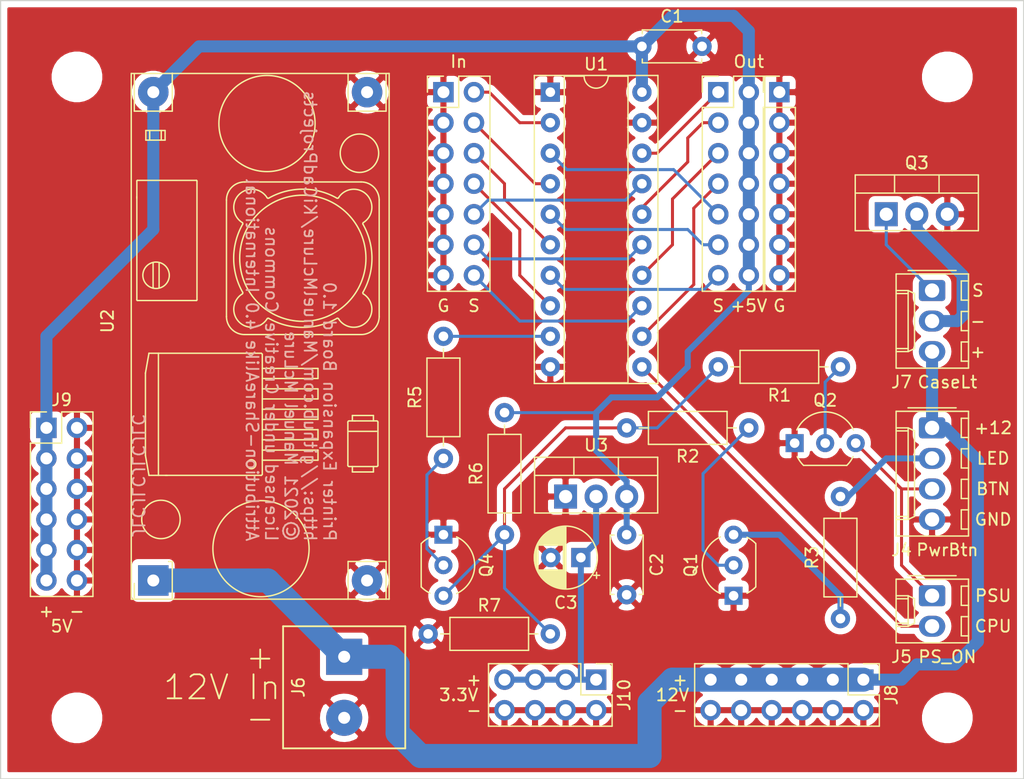
<source format=kicad_pcb>
(kicad_pcb (version 20171130) (host pcbnew "(5.1.10)-1")
  (layers (0 F.Cu signal) (31 B.Cu signal) (34 B.Paste user) (35 F.Paste user) (36 B.SilkS user) (37 F.SilkS user) (38 B.Mask user) (39 F.Mask user) (44 Edge.Cuts user))
  (net 0 "")
  (net 1 "Net-(J1-Pad14)")
  (net 2 "Net-(J1-Pad12)")
  (net 3 "Net-(J1-Pad10)")
  (net 4 +5V)
  (net 5 "Net-(J2-Pad7)")
  (net 6 "Net-(J2-Pad5)")
  (net 7 "Net-(J2-Pad3)")
  (net 8 "Net-(J2-Pad1)")
  (net 9 "Net-(J1-Pad8)")
  (net 10 +12V)
  (net 11 "Net-(Q1-Pad3)")
  (net 12 "Net-(Q1-Pad2)")
  (net 13 "Net-(Q2-Pad2)")
  (net 14 "Net-(J2-Pad13)")
  (net 15 "Net-(J2-Pad11)")
  (net 16 "Net-(J2-Pad9)")
  (net 17 "Net-(J1-Pad6)")
  (net 18 "Net-(J1-Pad4)")
  (net 19 "Net-(J1-Pad2)")
  (net 20 GND)
  (net 21 "Net-(J7-Pad2)")
  (net 22 +3V3)
  (net 23 "Net-(J7-Pad1)")
  (net 24 "Net-(Q4-Pad3)")
  (net 25 "Net-(Q4-Pad2)")
  (net 26 "Net-(R5-Pad2)")
  (net 27 /PS_ON_PSU)
  (net 28 /PS_ON_CPU)
  (net 29 /POWER_OK_LED)
  (module MyLibrary:YAAJ_DCDC_StepDown_LM2596 (layer F.Cu) (at 44.45 66.04 90)
    (fp_text reference U2 (at 21.59 -3.81 90) (layer F.SilkS))
    (fp_text value LM2596_Mod)
    (pad 3 thru_hole circle (at 40.64 17.78 90) (size 2.54 2.54) (drill 1) (layers *.Cu *.Mask) (net 20 GND))
    (pad 4 thru_hole circle (at 40.64 0 90) (size 2.54 2.54) (drill 1) (layers *.Cu *.Mask) (net 4 +5V))
    (pad 2 thru_hole circle (at 0 17.78 90) (size 2.54 2.54) (drill 1) (layers *.Cu *.Mask) (net 20 GND))
    (pad 1 thru_hole rect (at 0 0 90) (size 2.54 2.54) (drill 1) (layers *.Cu *.Mask) (net 10 +12V))
  )
  (module Package_TO_SOT_THT:TO-220-3_Vertical (layer F.Cu) (at 78.74 59.055)
    (fp_text reference U3 (at 2.54 -4.27) (layer F.SilkS))
    (fp_text value LD1117V33)
    (pad 3 thru_hole oval (at 5.08 0) (size 1.905 2) (drill 1.1) (layers *.Cu *.Mask) (net 4 +5V))
    (pad 2 thru_hole oval (at 2.54 0) (size 1.905 2) (drill 1.1) (layers *.Cu *.Mask) (net 22 +3V3))
    (pad 1 thru_hole rect (at 0 0) (size 1.905 2) (drill 1.1) (layers *.Cu *.Mask) (net 20 GND))
  )
  (module Capacitor_THT:CP_Radial_D5.0mm_P2.50mm (layer F.Cu) (at 80.01 64.135 180)
    (fp_text reference C3 (at 1.25 -3.75) (layer F.SilkS))
    (fp_text value 10u)
    (pad 2 thru_hole circle (at 2.5 0 180) (size 1.6 1.6) (drill 0.8) (layers *.Cu *.Mask) (net 20 GND))
    (pad 1 thru_hole rect (at 0 0 180) (size 1.6 1.6) (drill 0.8) (layers *.Cu *.Mask) (net 22 +3V3))
  )
  (module Resistor_THT:R_Axial_DIN0207_L6.3mm_D2.5mm_P10.16mm_Horizontal (layer F.Cu) (at 67.31 70.485)
    (fp_text reference R7 (at 5.08 -2.37) (layer F.SilkS))
    (fp_text value 10K)
    (pad 2 thru_hole oval (at 10.16 0) (size 1.6 1.6) (drill 0.8) (layers *.Cu *.Mask) (net 24 "Net-(Q4-Pad3)"))
    (pad 1 thru_hole circle (at 0 0) (size 1.6 1.6) (drill 0.8) (layers *.Cu *.Mask) (net 20 GND))
  )
  (module MyLibrary:TerminalBlock_Dinkle_EK500_2Pole (layer F.Cu) (at 60.325 74.93 270)
    (fp_text reference J6 (at 0 3.81 270) (layer F.SilkS))
    (fp_text value "12V In")
    (pad 2 thru_hole circle (at 2.54 0 270) (size 3 3) (drill 1) (layers *.Cu *.Mask) (net 20 GND))
    (pad 1 thru_hole rect (at -2.54 0 270) (size 3 3) (drill 1) (layers *.Cu *.Mask) (net 10 +12V))
  )
  (module Connector_PinHeader_2.54mm:PinHeader_2x04_P2.54mm_Vertical (layer F.Cu) (at 81.28 74.295 270)
    (fp_text reference J10 (at 1.27 -2.33 90) (layer F.SilkS))
    (fp_text value Conn_02x04_Odd_Even)
    (pad 8 thru_hole oval (at 2.54 7.62 270) (size 1.7 1.7) (drill 1) (layers *.Cu *.Mask) (net 20 GND))
    (pad 7 thru_hole oval (at 0 7.62 270) (size 1.7 1.7) (drill 1) (layers *.Cu *.Mask) (net 22 +3V3))
    (pad 6 thru_hole oval (at 2.54 5.08 270) (size 1.7 1.7) (drill 1) (layers *.Cu *.Mask) (net 20 GND))
    (pad 5 thru_hole oval (at 0 5.08 270) (size 1.7 1.7) (drill 1) (layers *.Cu *.Mask) (net 22 +3V3))
    (pad 4 thru_hole oval (at 2.54 2.54 270) (size 1.7 1.7) (drill 1) (layers *.Cu *.Mask) (net 20 GND))
    (pad 3 thru_hole oval (at 0 2.54 270) (size 1.7 1.7) (drill 1) (layers *.Cu *.Mask) (net 22 +3V3))
    (pad 2 thru_hole oval (at 2.54 0 270) (size 1.7 1.7) (drill 1) (layers *.Cu *.Mask) (net 20 GND))
    (pad 1 thru_hole rect (at 0 0 270) (size 1.7 1.7) (drill 1) (layers *.Cu *.Mask) (net 22 +3V3))
  )
  (module Package_TO_SOT_THT:TO-220-3_Vertical (layer F.Cu) (at 105.41 35.56)
    (fp_text reference Q3 (at 2.54 -4.27) (layer F.SilkS))
    (fp_text value IRLB8721PBF)
    (pad 3 thru_hole oval (at 5.08 0) (size 1.905 2) (drill 1.1) (layers *.Cu *.Mask) (net 20 GND))
    (pad 2 thru_hole oval (at 2.54 0) (size 1.905 2) (drill 1.1) (layers *.Cu *.Mask) (net 21 "Net-(J7-Pad2)"))
    (pad 1 thru_hole rect (at 0 0) (size 1.905 2) (drill 1.1) (layers *.Cu *.Mask) (net 23 "Net-(J7-Pad1)"))
  )
  (module Package_DIP:DIP-20_W7.62mm_Socket (layer F.Cu) (at 77.47 25.4)
    (fp_text reference U1 (at 3.81 -2.33) (layer F.SilkS))
    (fp_text value 74ACT244)
    (pad 20 thru_hole oval (at 7.62 0) (size 1.6 1.6) (drill 0.8) (layers *.Cu *.Mask) (net 4 +5V))
    (pad 10 thru_hole oval (at 0 22.86) (size 1.6 1.6) (drill 0.8) (layers *.Cu *.Mask) (net 20 GND))
    (pad 19 thru_hole oval (at 7.62 2.54) (size 1.6 1.6) (drill 0.8) (layers *.Cu *.Mask) (net 20 GND))
    (pad 9 thru_hole oval (at 0 20.32) (size 1.6 1.6) (drill 0.8) (layers *.Cu *.Mask) (net 26 "Net-(R5-Pad2)"))
    (pad 18 thru_hole oval (at 7.62 5.08) (size 1.6 1.6) (drill 0.8) (layers *.Cu *.Mask) (net 8 "Net-(J2-Pad1)"))
    (pad 8 thru_hole oval (at 0 17.78) (size 1.6 1.6) (drill 0.8) (layers *.Cu *.Mask) (net 9 "Net-(J1-Pad8)"))
    (pad 17 thru_hole oval (at 7.62 7.62) (size 1.6 1.6) (drill 0.8) (layers *.Cu *.Mask) (net 3 "Net-(J1-Pad10)"))
    (pad 7 thru_hole oval (at 0 15.24) (size 1.6 1.6) (drill 0.8) (layers *.Cu *.Mask) (net 14 "Net-(J2-Pad13)"))
    (pad 16 thru_hole oval (at 7.62 10.16) (size 1.6 1.6) (drill 0.8) (layers *.Cu *.Mask) (net 7 "Net-(J2-Pad3)"))
    (pad 6 thru_hole oval (at 0 12.7) (size 1.6 1.6) (drill 0.8) (layers *.Cu *.Mask) (net 17 "Net-(J1-Pad6)"))
    (pad 15 thru_hole oval (at 7.62 12.7) (size 1.6 1.6) (drill 0.8) (layers *.Cu *.Mask) (net 2 "Net-(J1-Pad12)"))
    (pad 5 thru_hole oval (at 0 10.16) (size 1.6 1.6) (drill 0.8) (layers *.Cu *.Mask) (net 15 "Net-(J2-Pad11)"))
    (pad 14 thru_hole oval (at 7.62 15.24) (size 1.6 1.6) (drill 0.8) (layers *.Cu *.Mask) (net 6 "Net-(J2-Pad5)"))
    (pad 4 thru_hole oval (at 0 7.62) (size 1.6 1.6) (drill 0.8) (layers *.Cu *.Mask) (net 18 "Net-(J1-Pad4)"))
    (pad 13 thru_hole oval (at 7.62 17.78) (size 1.6 1.6) (drill 0.8) (layers *.Cu *.Mask) (net 1 "Net-(J1-Pad14)"))
    (pad 3 thru_hole oval (at 0 5.08) (size 1.6 1.6) (drill 0.8) (layers *.Cu *.Mask) (net 16 "Net-(J2-Pad9)"))
    (pad 12 thru_hole oval (at 7.62 20.32) (size 1.6 1.6) (drill 0.8) (layers *.Cu *.Mask) (net 5 "Net-(J2-Pad7)"))
    (pad 2 thru_hole oval (at 0 2.54) (size 1.6 1.6) (drill 0.8) (layers *.Cu *.Mask) (net 19 "Net-(J1-Pad2)"))
    (pad 11 thru_hole oval (at 7.62 22.86) (size 1.6 1.6) (drill 0.8) (layers *.Cu *.Mask) (net 28 /PS_ON_CPU))
    (pad 1 thru_hole rect (at 0 0) (size 1.6 1.6) (drill 0.8) (layers *.Cu *.Mask) (net 20 GND))
  )
  (module Connector_PinHeader_2.54mm:PinHeader_2x06_P2.54mm_Vertical (layer F.Cu) (at 35.56 53.34)
    (fp_text reference J9 (at 1.27 -2.33) (layer F.SilkS))
    (fp_text value 5VPower)
    (pad 12 thru_hole oval (at 2.54 12.7) (size 1.7 1.7) (drill 1) (layers *.Cu *.Mask) (net 20 GND))
    (pad 11 thru_hole oval (at 0 12.7) (size 1.7 1.7) (drill 1) (layers *.Cu *.Mask) (net 4 +5V))
    (pad 10 thru_hole oval (at 2.54 10.16) (size 1.7 1.7) (drill 1) (layers *.Cu *.Mask) (net 20 GND))
    (pad 9 thru_hole oval (at 0 10.16) (size 1.7 1.7) (drill 1) (layers *.Cu *.Mask) (net 4 +5V))
    (pad 8 thru_hole oval (at 2.54 7.62) (size 1.7 1.7) (drill 1) (layers *.Cu *.Mask) (net 20 GND))
    (pad 7 thru_hole oval (at 0 7.62) (size 1.7 1.7) (drill 1) (layers *.Cu *.Mask) (net 4 +5V))
    (pad 6 thru_hole oval (at 2.54 5.08) (size 1.7 1.7) (drill 1) (layers *.Cu *.Mask) (net 20 GND))
    (pad 5 thru_hole oval (at 0 5.08) (size 1.7 1.7) (drill 1) (layers *.Cu *.Mask) (net 4 +5V))
    (pad 4 thru_hole oval (at 2.54 2.54) (size 1.7 1.7) (drill 1) (layers *.Cu *.Mask) (net 20 GND))
    (pad 3 thru_hole oval (at 0 2.54) (size 1.7 1.7) (drill 1) (layers *.Cu *.Mask) (net 4 +5V))
    (pad 2 thru_hole oval (at 2.54 0) (size 1.7 1.7) (drill 1) (layers *.Cu *.Mask) (net 20 GND))
    (pad 1 thru_hole rect (at 0 0) (size 1.7 1.7) (drill 1) (layers *.Cu *.Mask) (net 4 +5V))
  )
  (module Package_TO_SOT_THT:TO-92_Inline_Wide (layer F.Cu) (at 97.79 54.61)
    (fp_text reference Q2 (at 2.54 -3.56) (layer F.SilkS))
    (fp_text value 2N3904)
    (pad 1 thru_hole rect (at 0 0) (size 1.5 1.5) (drill 0.8) (layers *.Cu *.Mask) (net 20 GND))
    (pad 3 thru_hole circle (at 5.08 0) (size 1.5 1.5) (drill 0.8) (layers *.Cu *.Mask) (net 27 /PS_ON_PSU))
    (pad 2 thru_hole circle (at 2.54 0) (size 1.5 1.5) (drill 0.8) (layers *.Cu *.Mask) (net 13 "Net-(Q2-Pad2)"))
  )
  (module Package_TO_SOT_THT:TO-92_Inline_Wide (layer F.Cu) (at 92.71 67.31 90)
    (fp_text reference Q1 (at 2.54 -3.56 90) (layer F.SilkS))
    (fp_text value 2N3904)
    (pad 1 thru_hole rect (at 0 0 90) (size 1.5 1.5) (drill 0.8) (layers *.Cu *.Mask) (net 20 GND))
    (pad 3 thru_hole circle (at 5.08 0 90) (size 1.5 1.5) (drill 0.8) (layers *.Cu *.Mask) (net 11 "Net-(Q1-Pad3)"))
    (pad 2 thru_hole circle (at 2.54 0 90) (size 1.5 1.5) (drill 0.8) (layers *.Cu *.Mask) (net 12 "Net-(Q1-Pad2)"))
  )
  (module Package_TO_SOT_THT:TO-92_Inline_Wide (layer F.Cu) (at 68.58 62.23 270)
    (fp_text reference Q4 (at 2.54 -3.56 90) (layer F.SilkS))
    (fp_text value 2N3904)
    (pad 1 thru_hole rect (at 0 0 270) (size 1.5 1.5) (drill 0.8) (layers *.Cu *.Mask) (net 20 GND))
    (pad 3 thru_hole circle (at 5.08 0 270) (size 1.5 1.5) (drill 0.8) (layers *.Cu *.Mask) (net 24 "Net-(Q4-Pad3)"))
    (pad 2 thru_hole circle (at 2.54 0 270) (size 1.5 1.5) (drill 0.8) (layers *.Cu *.Mask) (net 25 "Net-(Q4-Pad2)"))
  )
  (module Resistor_THT:R_Axial_DIN0207_L6.3mm_D2.5mm_P10.16mm_Horizontal (layer F.Cu) (at 73.66 62.23 90)
    (fp_text reference R6 (at 5.08 -2.37 90) (layer F.SilkS))
    (fp_text value 1K)
    (pad 2 thru_hole oval (at 10.16 0 90) (size 1.6 1.6) (drill 0.8) (layers *.Cu *.Mask) (net 4 +5V))
    (pad 1 thru_hole circle (at 0 0 90) (size 1.6 1.6) (drill 0.8) (layers *.Cu *.Mask) (net 24 "Net-(Q4-Pad3)"))
  )
  (module Resistor_THT:R_Axial_DIN0207_L6.3mm_D2.5mm_P10.16mm_Horizontal (layer F.Cu) (at 68.58 55.88 90)
    (fp_text reference R5 (at 5.08 -2.37 90) (layer F.SilkS))
    (fp_text value 2.2K)
    (pad 2 thru_hole oval (at 10.16 0 90) (size 1.6 1.6) (drill 0.8) (layers *.Cu *.Mask) (net 26 "Net-(R5-Pad2)"))
    (pad 1 thru_hole circle (at 0 0 90) (size 1.6 1.6) (drill 0.8) (layers *.Cu *.Mask) (net 25 "Net-(Q4-Pad2)"))
  )
  (module Connector_PinHeader_2.54mm:PinHeader_2x06_P2.54mm_Vertical (layer F.Cu) (at 103.505 74.295 270)
    (fp_text reference J8 (at 1.27 -2.33 90) (layer F.SilkS))
    (fp_text value 12VPower)
    (pad 12 thru_hole oval (at 2.54 12.7 270) (size 1.7 1.7) (drill 1) (layers *.Cu *.Mask) (net 20 GND))
    (pad 11 thru_hole oval (at 0 12.7 270) (size 1.7 1.7) (drill 1) (layers *.Cu *.Mask) (net 10 +12V))
    (pad 10 thru_hole oval (at 2.54 10.16 270) (size 1.7 1.7) (drill 1) (layers *.Cu *.Mask) (net 20 GND))
    (pad 9 thru_hole oval (at 0 10.16 270) (size 1.7 1.7) (drill 1) (layers *.Cu *.Mask) (net 10 +12V))
    (pad 8 thru_hole oval (at 2.54 7.62 270) (size 1.7 1.7) (drill 1) (layers *.Cu *.Mask) (net 20 GND))
    (pad 7 thru_hole oval (at 0 7.62 270) (size 1.7 1.7) (drill 1) (layers *.Cu *.Mask) (net 10 +12V))
    (pad 6 thru_hole oval (at 2.54 5.08 270) (size 1.7 1.7) (drill 1) (layers *.Cu *.Mask) (net 20 GND))
    (pad 5 thru_hole oval (at 0 5.08 270) (size 1.7 1.7) (drill 1) (layers *.Cu *.Mask) (net 10 +12V))
    (pad 4 thru_hole oval (at 2.54 2.54 270) (size 1.7 1.7) (drill 1) (layers *.Cu *.Mask) (net 20 GND))
    (pad 3 thru_hole oval (at 0 2.54 270) (size 1.7 1.7) (drill 1) (layers *.Cu *.Mask) (net 10 +12V))
    (pad 2 thru_hole oval (at 2.54 0 270) (size 1.7 1.7) (drill 1) (layers *.Cu *.Mask) (net 20 GND))
    (pad 1 thru_hole rect (at 0 0 270) (size 1.7 1.7) (drill 1) (layers *.Cu *.Mask) (net 10 +12V))
  )
  (module MountingHole:MountingHole_3.2mm_M3_ISO7380 (layer F.Cu) (at 110.49 77.47)
    (fp_text reference H4 hide)
    (fp_text value MountingHole)
    (pad 1 np_thru_hole circle (at 0 0) (size 3.2 3.2) (drill 3.2) (layers *.Cu *.Mask))
  )
  (module MountingHole:MountingHole_3.2mm_M3_ISO7380 (layer F.Cu) (at 110.49 24.13)
    (fp_text reference H3 hide)
    (fp_text value MountingHole)
    (pad 1 np_thru_hole circle (at 0 0) (size 3.2 3.2) (drill 3.2) (layers *.Cu *.Mask))
  )
  (module MountingHole:MountingHole_3.2mm_M3_ISO7380 (layer F.Cu) (at 38.1 77.47)
    (fp_text reference H2 hide)
    (fp_text value MountingHole)
    (pad 1 np_thru_hole circle (at 0 0) (size 3.2 3.2) (drill 3.2) (layers *.Cu *.Mask))
  )
  (module MountingHole:MountingHole_3.2mm_M3_ISO7380 (layer F.Cu) (at 38.1 24.13)
    (fp_text reference H1 hide)
    (fp_text value MountingHole)
    (pad 1 np_thru_hole circle (at 0 0) (size 3.2 3.2) (drill 3.2) (layers *.Cu *.Mask))
  )
  (module Connector_PinHeader_2.54mm:PinHeader_1x07_P2.54mm_Vertical (layer F.Cu) (at 96.52 25.4)
    (fp_text reference J3 hide)
    (fp_text value Gnd)
    (pad 7 thru_hole oval (at 0 15.24) (size 1.7 1.7) (drill 1) (layers *.Cu *.Mask) (net 20 GND))
    (pad 6 thru_hole oval (at 0 12.7) (size 1.7 1.7) (drill 1) (layers *.Cu *.Mask) (net 20 GND))
    (pad 5 thru_hole oval (at 0 10.16) (size 1.7 1.7) (drill 1) (layers *.Cu *.Mask) (net 20 GND))
    (pad 4 thru_hole oval (at 0 7.62) (size 1.7 1.7) (drill 1) (layers *.Cu *.Mask) (net 20 GND))
    (pad 3 thru_hole oval (at 0 5.08) (size 1.7 1.7) (drill 1) (layers *.Cu *.Mask) (net 20 GND))
    (pad 2 thru_hole oval (at 0 2.54) (size 1.7 1.7) (drill 1) (layers *.Cu *.Mask) (net 20 GND))
    (pad 1 thru_hole rect (at 0 0) (size 1.7 1.7) (drill 1) (layers *.Cu *.Mask) (net 20 GND))
  )
  (module Connector_PinHeader_2.54mm:PinHeader_2x07_P2.54mm_Vertical (layer F.Cu) (at 91.44 25.4)
    (fp_text reference J2 hide)
    (fp_text value Out5V)
    (pad 14 thru_hole oval (at 2.54 15.24) (size 1.7 1.7) (drill 1) (layers *.Cu *.Mask) (net 4 +5V))
    (pad 13 thru_hole oval (at 0 15.24) (size 1.7 1.7) (drill 1) (layers *.Cu *.Mask) (net 14 "Net-(J2-Pad13)"))
    (pad 12 thru_hole oval (at 2.54 12.7) (size 1.7 1.7) (drill 1) (layers *.Cu *.Mask) (net 4 +5V))
    (pad 11 thru_hole oval (at 0 12.7) (size 1.7 1.7) (drill 1) (layers *.Cu *.Mask) (net 15 "Net-(J2-Pad11)"))
    (pad 10 thru_hole oval (at 2.54 10.16) (size 1.7 1.7) (drill 1) (layers *.Cu *.Mask) (net 4 +5V))
    (pad 9 thru_hole oval (at 0 10.16) (size 1.7 1.7) (drill 1) (layers *.Cu *.Mask) (net 16 "Net-(J2-Pad9)"))
    (pad 8 thru_hole oval (at 2.54 7.62) (size 1.7 1.7) (drill 1) (layers *.Cu *.Mask) (net 4 +5V))
    (pad 7 thru_hole oval (at 0 7.62) (size 1.7 1.7) (drill 1) (layers *.Cu *.Mask) (net 5 "Net-(J2-Pad7)"))
    (pad 6 thru_hole oval (at 2.54 5.08) (size 1.7 1.7) (drill 1) (layers *.Cu *.Mask) (net 4 +5V))
    (pad 5 thru_hole oval (at 0 5.08) (size 1.7 1.7) (drill 1) (layers *.Cu *.Mask) (net 6 "Net-(J2-Pad5)"))
    (pad 4 thru_hole oval (at 2.54 2.54) (size 1.7 1.7) (drill 1) (layers *.Cu *.Mask) (net 4 +5V))
    (pad 3 thru_hole oval (at 0 2.54) (size 1.7 1.7) (drill 1) (layers *.Cu *.Mask) (net 7 "Net-(J2-Pad3)"))
    (pad 2 thru_hole oval (at 2.54 0) (size 1.7 1.7) (drill 1) (layers *.Cu *.Mask) (net 4 +5V))
    (pad 1 thru_hole rect (at 0 0) (size 1.7 1.7) (drill 1) (layers *.Cu *.Mask) (net 8 "Net-(J2-Pad1)"))
  )
  (module Connector_PinHeader_2.54mm:PinHeader_2x07_P2.54mm_Vertical (layer F.Cu) (at 68.58 25.4)
    (fp_text reference J1 hide)
    (fp_text value InGnd)
    (pad 14 thru_hole oval (at 2.54 15.24) (size 1.7 1.7) (drill 1) (layers *.Cu *.Mask) (net 1 "Net-(J1-Pad14)"))
    (pad 13 thru_hole oval (at 0 15.24) (size 1.7 1.7) (drill 1) (layers *.Cu *.Mask) (net 20 GND))
    (pad 12 thru_hole oval (at 2.54 12.7) (size 1.7 1.7) (drill 1) (layers *.Cu *.Mask) (net 2 "Net-(J1-Pad12)"))
    (pad 11 thru_hole oval (at 0 12.7) (size 1.7 1.7) (drill 1) (layers *.Cu *.Mask) (net 20 GND))
    (pad 10 thru_hole oval (at 2.54 10.16) (size 1.7 1.7) (drill 1) (layers *.Cu *.Mask) (net 3 "Net-(J1-Pad10)"))
    (pad 9 thru_hole oval (at 0 10.16) (size 1.7 1.7) (drill 1) (layers *.Cu *.Mask) (net 20 GND))
    (pad 8 thru_hole oval (at 2.54 7.62) (size 1.7 1.7) (drill 1) (layers *.Cu *.Mask) (net 9 "Net-(J1-Pad8)"))
    (pad 7 thru_hole oval (at 0 7.62) (size 1.7 1.7) (drill 1) (layers *.Cu *.Mask) (net 20 GND))
    (pad 6 thru_hole oval (at 2.54 5.08) (size 1.7 1.7) (drill 1) (layers *.Cu *.Mask) (net 17 "Net-(J1-Pad6)"))
    (pad 5 thru_hole oval (at 0 5.08) (size 1.7 1.7) (drill 1) (layers *.Cu *.Mask) (net 20 GND))
    (pad 4 thru_hole oval (at 2.54 2.54) (size 1.7 1.7) (drill 1) (layers *.Cu *.Mask) (net 18 "Net-(J1-Pad4)"))
    (pad 3 thru_hole oval (at 0 2.54) (size 1.7 1.7) (drill 1) (layers *.Cu *.Mask) (net 20 GND))
    (pad 2 thru_hole oval (at 2.54 0) (size 1.7 1.7) (drill 1) (layers *.Cu *.Mask) (net 19 "Net-(J1-Pad2)"))
    (pad 1 thru_hole rect (at 0 0) (size 1.7 1.7) (drill 1) (layers *.Cu *.Mask) (net 20 GND))
  )
  (module Resistor_THT:R_Axial_DIN0207_L6.3mm_D2.5mm_P10.16mm_Horizontal (layer F.Cu) (at 101.6 69.215 90)
    (fp_text reference R3 (at 5.08 -2.37 90) (layer F.SilkS))
    (fp_text value 1K)
    (pad 2 thru_hole oval (at 10.16 0 90) (size 1.6 1.6) (drill 0.8) (layers *.Cu *.Mask) (net 29 /POWER_OK_LED))
    (pad 1 thru_hole circle (at 0 0 90) (size 1.6 1.6) (drill 0.8) (layers *.Cu *.Mask) (net 11 "Net-(Q1-Pad3)"))
  )
  (module Resistor_THT:R_Axial_DIN0207_L6.3mm_D2.5mm_P10.16mm_Horizontal (layer F.Cu) (at 93.98 53.34 180)
    (fp_text reference R2 (at 5.08 -2.37) (layer F.SilkS))
    (fp_text value 2.2K)
    (pad 2 thru_hole oval (at 10.16 0 180) (size 1.6 1.6) (drill 0.8) (layers *.Cu *.Mask) (net 24 "Net-(Q4-Pad3)"))
    (pad 1 thru_hole circle (at 0 0 180) (size 1.6 1.6) (drill 0.8) (layers *.Cu *.Mask) (net 12 "Net-(Q1-Pad2)"))
  )
  (module Resistor_THT:R_Axial_DIN0207_L6.3mm_D2.5mm_P10.16mm_Horizontal (layer F.Cu) (at 101.6 48.26 180)
    (fp_text reference R1 (at 5.08 -2.37) (layer F.SilkS))
    (fp_text value 10K)
    (pad 2 thru_hole oval (at 10.16 0 180) (size 1.6 1.6) (drill 0.8) (layers *.Cu *.Mask) (net 24 "Net-(Q4-Pad3)"))
    (pad 1 thru_hole circle (at 0 0 180) (size 1.6 1.6) (drill 0.8) (layers *.Cu *.Mask) (net 13 "Net-(Q2-Pad2)"))
  )
  (module Capacitor_THT:C_Disc_D4.7mm_W2.5mm_P5.00mm (layer F.Cu) (at 83.82 62.23 270)
    (fp_text reference C2 (at 2.5 -2.5 90) (layer F.SilkS))
    (fp_text value 0.1u)
    (pad 2 thru_hole circle (at 5 0 270) (size 1.6 1.6) (drill 0.8) (layers *.Cu *.Mask) (net 20 GND))
    (pad 1 thru_hole circle (at 0 0 270) (size 1.6 1.6) (drill 0.8) (layers *.Cu *.Mask) (net 4 +5V))
  )
  (module Capacitor_THT:C_Disc_D4.7mm_W2.5mm_P5.00mm (layer F.Cu) (at 85.09 21.59)
    (fp_text reference C1 (at 2.5 -2.5) (layer F.SilkS))
    (fp_text value 0.1u)
    (pad 2 thru_hole circle (at 5 0) (size 1.6 1.6) (drill 0.8) (layers *.Cu *.Mask) (net 20 GND))
    (pad 1 thru_hole circle (at 0 0) (size 1.6 1.6) (drill 0.8) (layers *.Cu *.Mask) (net 4 +5V))
  )
  (module Connector_Molex:Molex_KK-254_AE-6410-03A_1x03_P2.54mm_Vertical (layer F.Cu) (at 109.22 41.91 270)
    (fp_text reference J7 (at 7.62 2.54 180) (layer F.SilkS))
    (fp_text value CaseLt)
    (pad 3 thru_hole oval (at 5.08 0 270) (size 1.74 2.19) (drill 1.19) (layers *.Cu *.Mask) (net 10 +12V))
    (pad 2 thru_hole oval (at 2.54 0 270) (size 1.74 2.19) (drill 1.19) (layers *.Cu *.Mask) (net 21 "Net-(J7-Pad2)"))
    (pad 1 thru_hole roundrect (at 0 0 270) (size 1.74 2.19) (drill 1.19) (layers *.Cu *.Mask) (roundrect_rratio 0.1436775862068966) (net 23 "Net-(J7-Pad1)"))
  )
  (module Connector_Molex:Molex_KK-254_AE-6410-02A_1x02_P2.54mm_Vertical (layer F.Cu) (at 109.22 67.31 270)
    (fp_text reference J5 (at 5.08 2.54 180) (layer F.SilkS))
    (fp_text value PS_ON)
    (pad 2 thru_hole oval (at 2.54 0 270) (size 1.74 2.19) (drill 1.19) (layers *.Cu *.Mask) (net 28 /PS_ON_CPU))
    (pad 1 thru_hole roundrect (at 0 0 270) (size 1.74 2.19) (drill 1.19) (layers *.Cu *.Mask) (roundrect_rratio 0.1436775862068966) (net 27 /PS_ON_PSU))
  )
  (module Connector_Molex:Molex_KK-254_AE-6410-04A_1x04_P2.54mm_Vertical (layer F.Cu) (at 109.22 53.34 270)
    (fp_text reference J4 (at 10.16 2.54 180) (layer F.SilkS))
    (fp_text value Display)
    (pad 4 thru_hole oval (at 7.62 0 270) (size 1.74 2.19) (drill 1.19) (layers *.Cu *.Mask) (net 20 GND))
    (pad 3 thru_hole oval (at 5.08 0 270) (size 1.74 2.19) (drill 1.19) (layers *.Cu *.Mask) (net 27 /PS_ON_PSU))
    (pad 2 thru_hole oval (at 2.54 0 270) (size 1.74 2.19) (drill 1.19) (layers *.Cu *.Mask) (net 29 /POWER_OK_LED))
    (pad 1 thru_hole roundrect (at 0 0 270) (size 1.74 2.19) (drill 1.19) (layers *.Cu *.Mask) (roundrect_rratio 0.1436775862068966) (net 10 +12V))
  )
  (gr_text "Printer Expansion Board 1.0\nhttps://github.com/ManuelMcLure/KiCadProjects\n©2021 Manuel McLure\nLicensed under Creative Commons\nAttribution-ShareAlike 4.0 International" (at 55.88 62.865 -90) (layer B.SilkS) (effects (font (size 1 1)) (justify left mirror)))
  (gr_text JLCJLCJLCJLC (at 43.18 52.07 -90) (layer B.SilkS) (effects (font (size 1 1)) (justify right mirror)))
  (gr_text - (at 71.12 76.835) (layer F.SilkS) (effects (font (size 1 1))))
  (gr_text 3.3V (at 69.85 75.565) (layer F.SilkS) (effects (font (size 1 1))))
  (gr_text + (at 71.12 74.295) (layer F.SilkS) (effects (font (size 1 1))))
  (gr_text Out (at 93.98 22.86) (layer F.SilkS) (effects (font (size 1 1))))
  (gr_text In (at 69.85 22.86) (layer F.SilkS) (effects (font (size 1 1))))
  (gr_text G (at 96.52 43.18) (layer F.SilkS) (effects (font (size 1 1))))
  (gr_text +5V (at 93.98 43.18) (layer F.SilkS) (effects (font (size 1 1))))
  (gr_text S (at 91.44 43.18) (layer F.SilkS) (effects (font (size 1 1))))
  (gr_text S (at 71.12 43.18) (layer F.SilkS) (effects (font (size 1 1))))
  (gr_text G (at 68.58 43.18) (layer F.SilkS) (effects (font (size 1 1))))
  (gr_text PwrBtn (at 110.49 63.5) (layer F.SilkS) (effects (font (size 1 1))))
  (gr_text PS_ON (at 110.49 72.39) (layer F.SilkS) (effects (font (size 1 1))))
  (gr_text CaseLt (at 110.49 49.53) (layer F.SilkS) (effects (font (size 1 1))))
  (gr_text + (at 113.03 46.99) (layer F.SilkS) (effects (font (size 1 1))))
  (gr_text S (at 113.03 41.91) (layer F.SilkS) (effects (font (size 1 1))))
  (gr_text - (at 113.03 44.45) (layer F.SilkS) (effects (font (size 1 1))))
  (gr_text +12 (at 114.3 53.34) (layer F.SilkS) (effects (font (size 1 1))))
  (gr_text GND (at 114.3 60.96) (layer F.SilkS) (effects (font (size 1 1))))
  (gr_text LED (at 114.3 55.88) (layer F.SilkS) (effects (font (size 1 1))))
  (gr_text BTN (at 114.3 58.42) (layer F.SilkS) (effects (font (size 1 1))))
  (gr_text "CPU\n" (at 114.3 69.85) (layer F.SilkS) (effects (font (size 1 1))))
  (gr_text PSU (at 114.3 67.31) (layer F.SilkS) (effects (font (size 1 1))))
  (gr_text "12V In" (at 50.165 74.93) (layer F.SilkS) (effects (font (size 2 2))))
  (gr_text 5V (at 36.83 69.85) (layer F.SilkS) (effects (font (size 1 1))))
  (gr_text - (at 38.1 68.58) (layer F.SilkS) (effects (font (size 1 1))))
  (gr_text + (at 35.56 68.58) (layer F.SilkS) (effects (font (size 1 1))))
  (gr_text "12V\n" (at 87.63 75.565) (layer F.SilkS) (effects (font (size 1 1))))
  (gr_text - (at 88.265 76.835) (layer F.SilkS) (effects (font (size 1 1))))
  (gr_text + (at 88.265 74.295) (layer F.SilkS) (effects (font (size 1 1))))
  (gr_text - (at 53.34 77.47) (layer F.SilkS) (effects (font (size 2 2))))
  (gr_text + (at 53.34 72.39) (layer F.SilkS) (effects (font (size 2 2))))
  (gr_line (start 116.84 17.78) (end 116.84 82.55) (layer Edge.Cuts) (width 0.1))
  (gr_line (start 31.75 17.78) (end 116.84 17.78) (layer Edge.Cuts) (width 0.1))
  (gr_line (start 31.75 82.55) (end 31.75 17.78) (layer Edge.Cuts) (width 0.1))
  (gr_line (start 116.84 82.55) (end 31.75 82.55) (layer Edge.Cuts) (width 0.1))
  (segment (start 83.82 44.45) (end 85.09 43.18) (width 0.25) (layer B.Cu) (net 1))
  (segment (start 83.82 44.45) (end 74.93 44.45) (width 0.25) (layer B.Cu) (net 1))
  (segment (start 74.93 44.45) (end 71.12 40.64) (width 0.25) (layer B.Cu) (net 1))
  (segment (start 83.914999 39.275001) (end 85.09 38.1) (width 0.25) (layer B.Cu) (net 2))
  (segment (start 72.295001 39.275001) (end 83.914999 39.275001) (width 0.25) (layer B.Cu) (net 2))
  (segment (start 71.12 38.1) (end 72.295001 39.275001) (width 0.25) (layer B.Cu) (net 2))
  (segment (start 83.725001 34.384999) (end 85.09 33.02) (width 0.25) (layer B.Cu) (net 3))
  (segment (start 72.295001 34.384999) (end 83.725001 34.384999) (width 0.25) (layer B.Cu) (net 3))
  (segment (start 71.12 35.56) (end 72.295001 34.384999) (width 0.25) (layer B.Cu) (net 3))
  (segment (start 44.45 25.4) (end 44.45 36.83) (width 1) (layer B.Cu) (net 4))
  (segment (start 44.45 36.83) (end 35.56 45.72) (width 1) (layer B.Cu) (net 4))
  (segment (start 35.56 45.72) (end 35.56 66.04) (width 1) (layer B.Cu) (net 4))
  (segment (start 84.965998 25.4) (end 85.09 25.4) (width 1) (layer F.Cu) (net 4))
  (segment (start 85.09 25.4) (end 85.09 21.59) (width 1) (layer B.Cu) (net 4))
  (segment (start 85.09 21.59) (end 48.26 21.59) (width 1) (layer B.Cu) (net 4))
  (segment (start 44.45 25.4) (end 48.26 21.59) (width 1) (layer B.Cu) (net 4))
  (segment (start 85.09 21.59) (end 87.63 19.05) (width 1) (layer B.Cu) (net 4))
  (segment (start 87.63 19.05) (end 92.71 19.05) (width 1) (layer B.Cu) (net 4))
  (segment (start 92.71 19.05) (end 93.98 20.32) (width 1) (layer B.Cu) (net 4))
  (segment (start 93.98 20.32) (end 93.98 40.64) (width 1) (layer B.Cu) (net 4))
  (segment (start 93.98 40.64) (end 93.98 41.91) (width 0.5) (layer B.Cu) (net 4))
  (segment (start 93.98 41.91) (end 88.9 46.99) (width 0.5) (layer B.Cu) (net 4))
  (segment (start 88.9 48.26) (end 86.36 50.8) (width 0.5) (layer B.Cu) (net 4))
  (segment (start 88.9 46.99) (end 88.9 48.26) (width 0.5) (layer B.Cu) (net 4))
  (segment (start 86.36 50.8) (end 82.55 50.8) (width 0.5) (layer B.Cu) (net 4))
  (segment (start 82.55 50.8) (end 81.28 52.07) (width 0.5) (layer B.Cu) (net 4))
  (segment (start 81.28 52.07) (end 81.28 55.245) (width 0.5) (layer B.Cu) (net 4))
  (segment (start 81.28 55.245) (end 83.82 57.785) (width 0.5) (layer B.Cu) (net 4))
  (segment (start 83.82 57.785) (end 83.82 59.055) (width 0.5) (layer B.Cu) (net 4))
  (segment (start 73.66 52.07) (end 81.28 52.07) (width 0.25) (layer B.Cu) (net 4))
  (segment (start 83.82 59.055) (end 83.82 62.23) (width 0.5) (layer B.Cu) (net 4))
  (segment (start 89.40001 35.05999) (end 91.44 33.02) (width 0.25) (layer F.Cu) (net 5))
  (segment (start 89.40001 41.40999) (end 89.40001 35.05999) (width 0.25) (layer F.Cu) (net 5))
  (segment (start 85.09 45.72) (end 89.40001 41.40999) (width 0.25) (layer F.Cu) (net 5))
  (segment (start 91.44 30.48) (end 87.63 34.29) (width 0.25) (layer F.Cu) (net 6))
  (segment (start 87.63 34.29) (end 87.63 38.1) (width 0.25) (layer F.Cu) (net 6))
  (segment (start 87.63 38.1) (end 85.09 40.64) (width 0.25) (layer F.Cu) (net 6))
  (segment (start 85.09 35.016998) (end 88.9 31.206998) (width 0.25) (layer F.Cu) (net 7))
  (segment (start 85.09 35.56) (end 85.09 35.016998) (width 0.25) (layer F.Cu) (net 7))
  (segment (start 88.9 31.206998) (end 88.9 29.21) (width 0.25) (layer F.Cu) (net 7))
  (segment (start 90.17 27.94) (end 91.44 27.94) (width 0.25) (layer F.Cu) (net 7))
  (segment (start 88.9 29.21) (end 90.17 27.94) (width 0.25) (layer F.Cu) (net 7))
  (segment (start 86.36 30.48) (end 91.44 25.4) (width 0.25) (layer F.Cu) (net 8))
  (segment (start 85.09 30.48) (end 86.36 30.48) (width 0.25) (layer F.Cu) (net 8))
  (segment (start 71.12 33.02) (end 74.93 36.83) (width 0.25) (layer F.Cu) (net 9))
  (segment (start 74.93 40.64) (end 77.47 43.18) (width 0.25) (layer F.Cu) (net 9))
  (segment (start 74.93 36.83) (end 74.93 40.64) (width 0.25) (layer F.Cu) (net 9))
  (segment (start 110.315 53.34) (end 109.22 53.34) (width 1) (layer B.Cu) (net 10))
  (segment (start 113.03 56.055) (end 110.315 53.34) (width 1) (layer B.Cu) (net 10))
  (segment (start 113.03 71.12) (end 113.03 56.055) (width 1) (layer B.Cu) (net 10))
  (segment (start 109.22 46.99) (end 109.22 53.34) (width 1) (layer B.Cu) (net 10))
  (segment (start 53.975 66.04) (end 60.325 72.39) (width 2) (layer B.Cu) (net 10))
  (segment (start 44.45 66.04) (end 53.975 66.04) (width 2) (layer B.Cu) (net 10))
  (segment (start 87.63 74.295) (end 103.505 74.295) (width 2) (layer B.Cu) (net 10))
  (segment (start 85.725 76.2) (end 87.63 74.295) (width 2) (layer B.Cu) (net 10))
  (segment (start 66.675 80.645) (end 85.725 80.645) (width 2) (layer B.Cu) (net 10))
  (segment (start 85.725 80.645) (end 85.725 76.2) (width 2) (layer B.Cu) (net 10))
  (segment (start 64.77 78.74) (end 66.675 80.645) (width 2) (layer B.Cu) (net 10))
  (segment (start 64.77 73.025) (end 64.77 78.74) (width 2) (layer B.Cu) (net 10))
  (segment (start 64.135 72.39) (end 64.77 73.025) (width 2) (layer B.Cu) (net 10))
  (segment (start 60.325 72.39) (end 64.135 72.39) (width 2) (layer B.Cu) (net 10))
  (segment (start 103.505 74.295) (end 106.68 74.295) (width 1) (layer B.Cu) (net 10))
  (segment (start 106.68 74.295) (end 107.95 73.025) (width 1) (layer B.Cu) (net 10))
  (segment (start 111.125 73.025) (end 113.03 71.12) (width 1) (layer B.Cu) (net 10))
  (segment (start 107.95 73.025) (end 111.125 73.025) (width 1) (layer B.Cu) (net 10))
  (segment (start 96.52 62.23) (end 92.71 62.23) (width 0.5) (layer B.Cu) (net 11))
  (segment (start 101.6 67.31) (end 96.52 62.23) (width 0.5) (layer B.Cu) (net 11))
  (segment (start 101.6 67.31) (end 101.6 69.215) (width 0.5) (layer B.Cu) (net 11))
  (segment (start 93.98 53.34) (end 90.17 57.15) (width 0.25) (layer B.Cu) (net 12))
  (segment (start 92.71 64.77) (end 91.44 64.77) (width 0.25) (layer B.Cu) (net 12))
  (segment (start 91.44 64.77) (end 90.17 63.5) (width 0.25) (layer B.Cu) (net 12))
  (segment (start 90.17 63.5) (end 90.17 57.15) (width 0.25) (layer B.Cu) (net 12))
  (segment (start 101.6 48.26) (end 100.33 49.53) (width 0.25) (layer B.Cu) (net 13))
  (segment (start 100.33 49.53) (end 100.33 54.61) (width 0.25) (layer B.Cu) (net 13))
  (segment (start 77.47 40.64) (end 78.645001 41.815001) (width 0.25) (layer B.Cu) (net 14))
  (segment (start 90.264999 41.815001) (end 91.44 40.64) (width 0.25) (layer B.Cu) (net 14))
  (segment (start 78.645001 41.815001) (end 90.264999 41.815001) (width 0.25) (layer B.Cu) (net 14))
  (segment (start 91.44 38.1) (end 90.17 38.1) (width 0.25) (layer B.Cu) (net 15))
  (segment (start 90.17 38.1) (end 88.9 36.83) (width 0.25) (layer B.Cu) (net 15))
  (segment (start 88.9 36.83) (end 78.74 36.83) (width 0.25) (layer B.Cu) (net 15))
  (segment (start 78.74 36.83) (end 77.47 35.56) (width 0.25) (layer B.Cu) (net 15))
  (segment (start 78.834999 31.844999) (end 77.47 30.48) (width 0.25) (layer B.Cu) (net 16))
  (segment (start 87.724999 31.844999) (end 78.834999 31.844999) (width 0.25) (layer B.Cu) (net 16))
  (segment (start 91.44 35.56) (end 87.724999 31.844999) (width 0.25) (layer B.Cu) (net 16))
  (segment (start 71.12 30.48) (end 73.66 33.02) (width 0.25) (layer F.Cu) (net 17))
  (segment (start 73.66 34.29) (end 77.47 38.1) (width 0.25) (layer F.Cu) (net 17))
  (segment (start 73.66 33.02) (end 73.66 34.29) (width 0.25) (layer F.Cu) (net 17))
  (segment (start 71.12 27.94) (end 76.2 33.02) (width 0.25) (layer F.Cu) (net 18))
  (segment (start 76.2 33.02) (end 77.47 33.02) (width 0.25) (layer F.Cu) (net 18))
  (segment (start 71.12 25.4) (end 72.39 25.4) (width 0.25) (layer F.Cu) (net 19))
  (segment (start 74.93 27.94) (end 77.47 27.94) (width 0.25) (layer F.Cu) (net 19))
  (segment (start 72.39 25.4) (end 74.93 27.94) (width 0.25) (layer F.Cu) (net 19))
  (segment (start 107.95 35.56) (end 107.95 36.83) (width 1) (layer B.Cu) (net 21))
  (segment (start 107.95 36.83) (end 111.76 40.64) (width 1) (layer B.Cu) (net 21))
  (segment (start 111.315 44.45) (end 109.22 44.45) (width 1) (layer B.Cu) (net 21))
  (segment (start 111.76 44.005) (end 111.315 44.45) (width 1) (layer B.Cu) (net 21))
  (segment (start 111.76 40.64) (end 111.76 44.005) (width 1) (layer B.Cu) (net 21))
  (segment (start 81.28 62.865) (end 80.01 64.135) (width 0.5) (layer B.Cu) (net 22))
  (segment (start 81.28 59.055) (end 81.28 62.865) (width 0.5) (layer B.Cu) (net 22))
  (segment (start 80.01 64.135) (end 80.01 74.295) (width 0.5) (layer B.Cu) (net 22))
  (segment (start 80.01 74.295) (end 73.66 74.295) (width 0.5) (layer B.Cu) (net 22))
  (segment (start 80.01 74.295) (end 81.28 74.295) (width 0.5) (layer B.Cu) (net 22))
  (segment (start 105.41 38.1) (end 109.22 41.91) (width 0.25) (layer B.Cu) (net 23))
  (segment (start 105.41 35.56) (end 105.41 38.1) (width 0.25) (layer B.Cu) (net 23))
  (segment (start 68.58 67.31) (end 73.66 62.23) (width 0.25) (layer B.Cu) (net 24))
  (segment (start 86.36 53.34) (end 91.44 48.26) (width 0.25) (layer B.Cu) (net 24))
  (segment (start 83.82 53.34) (end 86.36 53.34) (width 0.25) (layer B.Cu) (net 24))
  (segment (start 73.66 62.23) (end 73.66 58.42) (width 0.25) (layer F.Cu) (net 24))
  (segment (start 78.74 53.34) (end 83.82 53.34) (width 0.25) (layer F.Cu) (net 24))
  (segment (start 73.66 58.42) (end 78.74 53.34) (width 0.25) (layer F.Cu) (net 24))
  (segment (start 73.66 66.675) (end 77.47 70.485) (width 0.25) (layer B.Cu) (net 24))
  (segment (start 73.66 62.23) (end 73.66 66.675) (width 0.25) (layer B.Cu) (net 24))
  (segment (start 67.204999 57.255001) (end 68.58 55.88) (width 0.25) (layer B.Cu) (net 25))
  (segment (start 67.204999 63.394999) (end 67.204999 57.255001) (width 0.25) (layer B.Cu) (net 25))
  (segment (start 68.58 64.77) (end 67.204999 63.394999) (width 0.25) (layer B.Cu) (net 25))
  (segment (start 68.58 45.72) (end 77.47 45.72) (width 0.25) (layer B.Cu) (net 26))
  (segment (start 102.87 54.61) (end 106.68 58.42) (width 0.25) (layer F.Cu) (net 27))
  (segment (start 106.68 58.42) (end 109.22 58.42) (width 0.25) (layer F.Cu) (net 27))
  (segment (start 106.68 64.77) (end 109.22 67.31) (width 0.25) (layer F.Cu) (net 27))
  (segment (start 106.68 58.42) (end 106.68 64.77) (width 0.25) (layer F.Cu) (net 27))
  (segment (start 106.68 69.85) (end 109.22 69.85) (width 0.25) (layer F.Cu) (net 28))
  (segment (start 85.09 48.26) (end 106.68 69.85) (width 0.25) (layer F.Cu) (net 28))
  (segment (start 105.41 55.88) (end 109.22 55.88) (width 0.5) (layer B.Cu) (net 29))
  (segment (start 101.6 59.055) (end 102.235 59.055) (width 0.5) (layer B.Cu) (net 29))
  (segment (start 102.235 59.055) (end 105.41 55.88) (width 0.5) (layer B.Cu) (net 29))
  (zone (net 20) (net_name GND) (layer F.Cu) (connect_pads (clearance 0.508)) (min_thickness 0.254) (fill yes (arc_segments 32) (thermal_gap 0.508) (thermal_bridge_width 0.508))
    (polygon (pts (xy 116.84 82.55) (xy 31.75 82.55) (xy 31.75 17.78) (xy 116.84 17.78)))
  )
)
</source>
